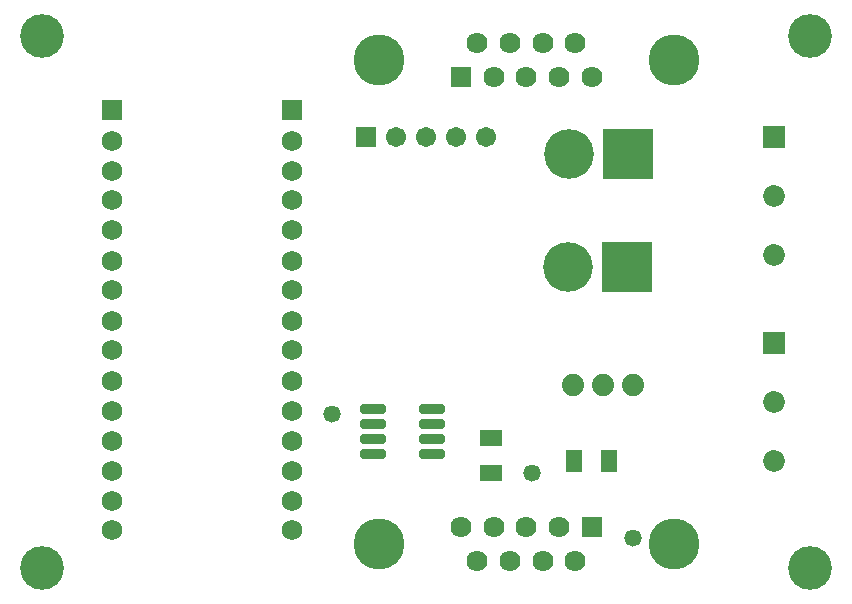
<source format=gts>
G04*
G04 #@! TF.GenerationSoftware,Altium Limited,Altium Designer,22.8.2 (66)*
G04*
G04 Layer_Color=8388736*
%FSLAX42Y42*%
%MOMM*%
G71*
G04*
G04 #@! TF.SameCoordinates,DC65C484-324B-465E-8F3B-FD5F0C8E9CB4*
G04*
G04*
G04 #@! TF.FilePolarity,Negative*
G04*
G01*
G75*
%ADD18R,1.33X1.97*%
G04:AMPARAMS|DCode=19|XSize=2.17mm|YSize=0.8mm|CornerRadius=0.18mm|HoleSize=0mm|Usage=FLASHONLY|Rotation=0.000|XOffset=0mm|YOffset=0mm|HoleType=Round|Shape=RoundedRectangle|*
%AMROUNDEDRECTD19*
21,1,2.17,0.45,0,0,0.0*
21,1,1.82,0.80,0,0,0.0*
1,1,0.35,0.91,-0.23*
1,1,0.35,-0.91,-0.23*
1,1,0.35,-0.91,0.23*
1,1,0.35,0.91,0.23*
%
%ADD19ROUNDEDRECTD19*%
%ADD20R,1.97X1.33*%
%ADD21C,3.70*%
%ADD22R,1.85X1.85*%
%ADD23C,1.85*%
%ADD24C,1.78*%
%ADD25R,1.78X1.78*%
%ADD26C,4.32*%
%ADD27C,4.20*%
%ADD28R,4.20X4.20*%
%ADD29C,1.73*%
%ADD30R,1.73X1.73*%
%ADD31R,1.71X1.71*%
%ADD32C,1.71*%
%ADD33C,1.88*%
%ADD34C,1.47*%
D18*
X5047Y1150D02*
D03*
X4753D02*
D03*
D19*
X3053Y1590D02*
D03*
Y1464D02*
D03*
Y1336D02*
D03*
Y1210D02*
D03*
X3547D02*
D03*
Y1336D02*
D03*
Y1464D02*
D03*
Y1590D02*
D03*
D20*
X4050Y1053D02*
D03*
Y1347D02*
D03*
D21*
X250Y4750D02*
D03*
X6750Y250D02*
D03*
Y4750D02*
D03*
X250Y250D02*
D03*
D22*
X6450Y2150D02*
D03*
Y3900D02*
D03*
D23*
Y1650D02*
D03*
Y1150D02*
D03*
Y3400D02*
D03*
Y2900D02*
D03*
D24*
X3796Y592D02*
D03*
X3935Y308D02*
D03*
X4073Y592D02*
D03*
X4212Y308D02*
D03*
X4350Y592D02*
D03*
X4488Y308D02*
D03*
X4627Y592D02*
D03*
X4765Y308D02*
D03*
X4904Y4408D02*
D03*
X4765Y4692D02*
D03*
X4627Y4408D02*
D03*
X4488Y4692D02*
D03*
X4350Y4408D02*
D03*
X4212Y4692D02*
D03*
X4073Y4408D02*
D03*
X3935Y4692D02*
D03*
D25*
X4904Y592D02*
D03*
X3796Y4408D02*
D03*
D26*
X3100Y450D02*
D03*
X5599D02*
D03*
Y4550D02*
D03*
X3100D02*
D03*
D27*
X4700Y2800D02*
D03*
X4710Y3750D02*
D03*
D28*
X5200Y2800D02*
D03*
X5210Y3750D02*
D03*
D29*
X838Y566D02*
D03*
Y819D02*
D03*
Y1073D02*
D03*
Y1327D02*
D03*
Y1581D02*
D03*
Y1835D02*
D03*
Y2090D02*
D03*
Y2343D02*
D03*
Y2598D02*
D03*
Y2851D02*
D03*
Y3106D02*
D03*
Y3360D02*
D03*
Y3613D02*
D03*
Y3867D02*
D03*
X2362Y566D02*
D03*
Y819D02*
D03*
Y1073D02*
D03*
Y1327D02*
D03*
Y1581D02*
D03*
Y1835D02*
D03*
Y2090D02*
D03*
Y2343D02*
D03*
Y2598D02*
D03*
Y2851D02*
D03*
Y3106D02*
D03*
Y3360D02*
D03*
Y3613D02*
D03*
Y3867D02*
D03*
D30*
X838Y4122D02*
D03*
X2362D02*
D03*
D31*
X2992Y3900D02*
D03*
D32*
X3246D02*
D03*
X3500D02*
D03*
X3754D02*
D03*
X4008D02*
D03*
D33*
X5000Y1800D02*
D03*
X5254D02*
D03*
X4746D02*
D03*
D34*
X4397Y1053D02*
D03*
X5250Y500D02*
D03*
X2700Y1550D02*
D03*
M02*

</source>
